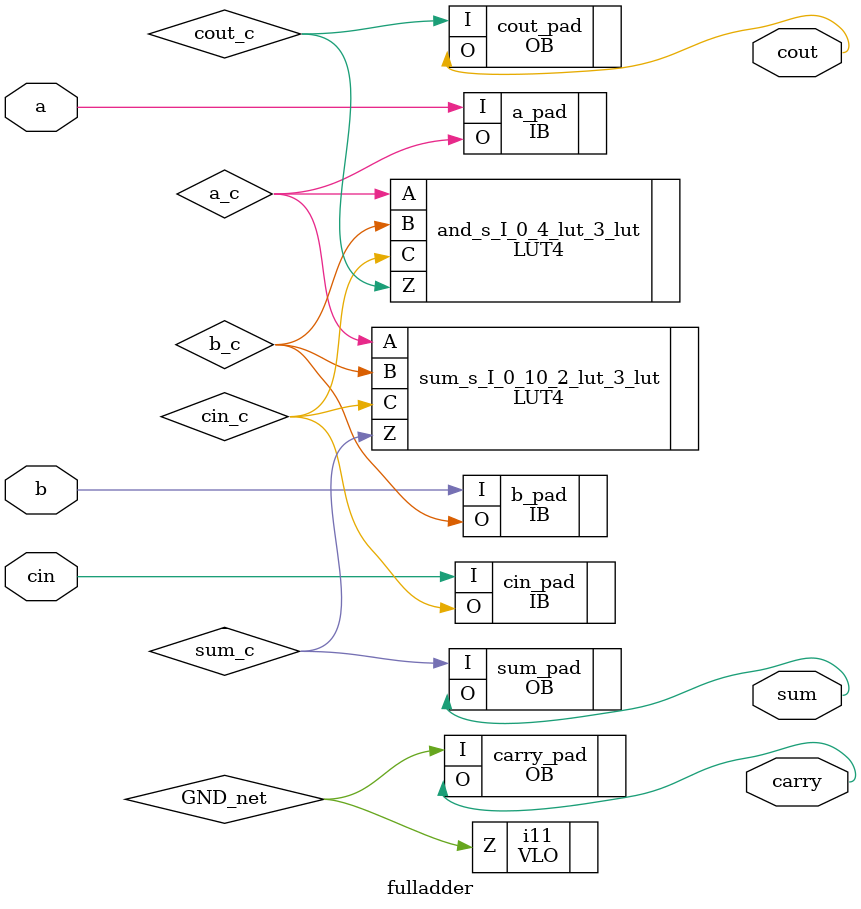
<source format=v>

module fulladder (a, b, cin, sum, carry, cout);   // d:/rtl_fpga/vhdl/somador/halfadder_vhdl.vhd(4[8:17])
    input a;   // d:/rtl_fpga/vhdl/somador/halfadder_vhdl.vhd(5[8:9])
    input b;   // d:/rtl_fpga/vhdl/somador/halfadder_vhdl.vhd(5[10:11])
    input cin;   // d:/rtl_fpga/vhdl/somador/halfadder_vhdl.vhd(6[5:8])
    output sum;   // d:/rtl_fpga/vhdl/somador/halfadder_vhdl.vhd(7[5:8])
    output carry;   // d:/rtl_fpga/vhdl/somador/halfadder_vhdl.vhd(7[10:15])
    output cout;   // d:/rtl_fpga/vhdl/somador/halfadder_vhdl.vhd(7[17:21])
    
    
    wire a_c, b_c, cin_c, sum_c, cout_c, GND_net, VCC_net;
    
    VHI i19 (.Z(VCC_net));
    OB sum_pad (.I(sum_c), .O(sum));   // d:/rtl_fpga/vhdl/somador/halfadder_vhdl.vhd(7[5:8])
    OB carry_pad (.I(GND_net), .O(carry));   // d:/rtl_fpga/vhdl/somador/halfadder_vhdl.vhd(7[10:15])
    OB cout_pad (.I(cout_c), .O(cout));   // d:/rtl_fpga/vhdl/somador/halfadder_vhdl.vhd(7[17:21])
    IB a_pad (.I(a), .O(a_c));   // d:/rtl_fpga/vhdl/somador/halfadder_vhdl.vhd(5[8:9])
    IB b_pad (.I(b), .O(b_c));   // d:/rtl_fpga/vhdl/somador/halfadder_vhdl.vhd(5[10:11])
    IB cin_pad (.I(cin), .O(cin_c));   // d:/rtl_fpga/vhdl/somador/halfadder_vhdl.vhd(6[5:8])
    GSR GSR_INST (.GSR(VCC_net));
    LUT4 sum_s_I_0_10_2_lut_3_lut (.A(a_c), .B(b_c), .C(cin_c), .Z(sum_c)) /* synthesis lut_function=(A (B (C)+!B !(C))+!A !(B (C)+!B !(C))) */ ;   // d:/rtl_fpga/vhdl/somador/halfadder_vhdl.vhd(15[11:18])
    defparam sum_s_I_0_10_2_lut_3_lut.init = 16'h9696;
    LUT4 and_s_I_0_4_lut_3_lut (.A(a_c), .B(b_c), .C(cin_c), .Z(cout_c)) /* synthesis lut_function=(A (B+(C))+!A (B (C))) */ ;   // d:/rtl_fpga/vhdl/somador/halfadder_vhdl.vhd(16[13:20])
    defparam and_s_I_0_4_lut_3_lut.init = 16'he8e8;
    PUR PUR_INST (.PUR(VCC_net));
    defparam PUR_INST.RST_PULSE = 1;
    VLO i11 (.Z(GND_net));
    
endmodule
//
// Verilog Description of module PUR
// module not written out since it is a black-box. 
//


</source>
